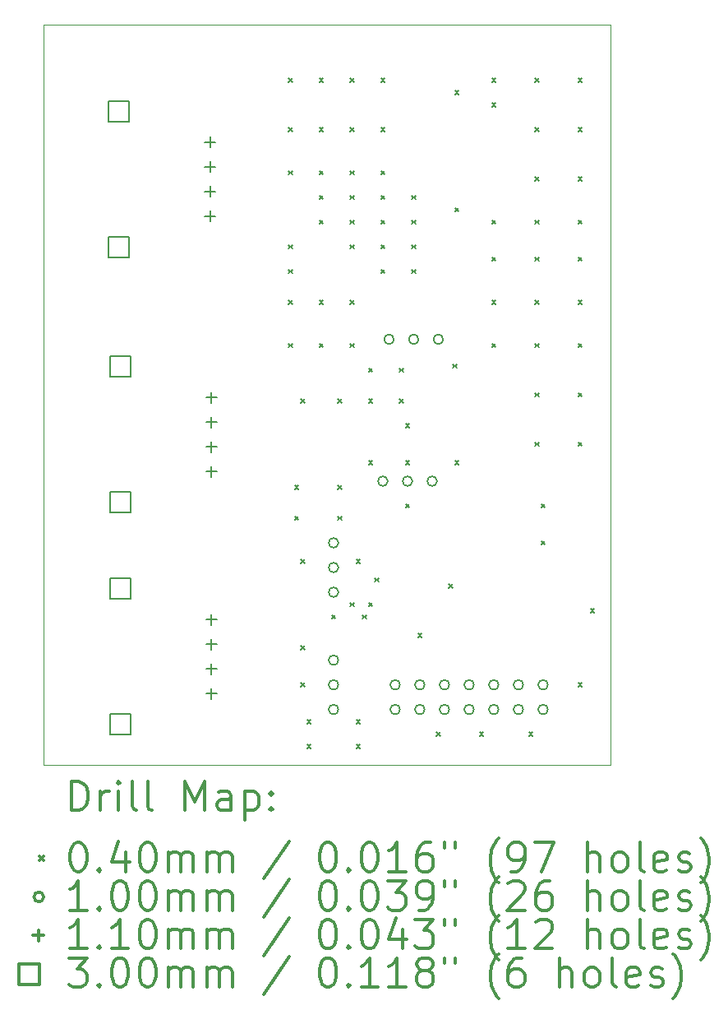
<source format=gbr>
%FSLAX45Y45*%
G04 Gerber Fmt 4.5, Leading zero omitted, Abs format (unit mm)*
G04 Created by KiCad (PCBNEW (5.1.6)-1) date 2022-11-16 12:34:44*
%MOMM*%
%LPD*%
G01*
G04 APERTURE LIST*
%TA.AperFunction,Profile*%
%ADD10C,0.050000*%
%TD*%
%ADD11C,0.200000*%
%ADD12C,0.300000*%
G04 APERTURE END LIST*
D10*
X6223000Y-10795000D02*
X6223000Y-18415000D01*
X12065000Y-10795000D02*
X6223000Y-10795000D01*
X12065000Y-18415000D02*
X12065000Y-10795000D01*
X6223000Y-18415000D02*
X12065000Y-18415000D01*
D11*
X8743000Y-11346500D02*
X8783000Y-11386500D01*
X8783000Y-11346500D02*
X8743000Y-11386500D01*
X8743000Y-11854500D02*
X8783000Y-11894500D01*
X8783000Y-11854500D02*
X8743000Y-11894500D01*
X8743000Y-12299000D02*
X8783000Y-12339000D01*
X8783000Y-12299000D02*
X8743000Y-12339000D01*
X8743000Y-13061000D02*
X8783000Y-13101000D01*
X8783000Y-13061000D02*
X8743000Y-13101000D01*
X8743000Y-13315000D02*
X8783000Y-13355000D01*
X8783000Y-13315000D02*
X8743000Y-13355000D01*
X8743000Y-13632500D02*
X8783000Y-13672500D01*
X8783000Y-13632500D02*
X8743000Y-13672500D01*
X8743000Y-14077000D02*
X8783000Y-14117000D01*
X8783000Y-14077000D02*
X8743000Y-14117000D01*
X8806500Y-15537500D02*
X8846500Y-15577500D01*
X8846500Y-15537500D02*
X8806500Y-15577500D01*
X8806500Y-15855000D02*
X8846500Y-15895000D01*
X8846500Y-15855000D02*
X8806500Y-15895000D01*
X8870000Y-14648500D02*
X8910000Y-14688500D01*
X8910000Y-14648500D02*
X8870000Y-14688500D01*
X8870000Y-16299500D02*
X8910000Y-16339500D01*
X8910000Y-16299500D02*
X8870000Y-16339500D01*
X8870000Y-17188500D02*
X8910000Y-17228500D01*
X8910000Y-17188500D02*
X8870000Y-17228500D01*
X8870000Y-17569500D02*
X8910000Y-17609500D01*
X8910000Y-17569500D02*
X8870000Y-17609500D01*
X8933500Y-17950500D02*
X8973500Y-17990500D01*
X8973500Y-17950500D02*
X8933500Y-17990500D01*
X8933500Y-18204500D02*
X8973500Y-18244500D01*
X8973500Y-18204500D02*
X8933500Y-18244500D01*
X9060500Y-11346500D02*
X9100500Y-11386500D01*
X9100500Y-11346500D02*
X9060500Y-11386500D01*
X9060500Y-11854500D02*
X9100500Y-11894500D01*
X9100500Y-11854500D02*
X9060500Y-11894500D01*
X9060500Y-12299000D02*
X9100500Y-12339000D01*
X9100500Y-12299000D02*
X9060500Y-12339000D01*
X9060500Y-12553000D02*
X9100500Y-12593000D01*
X9100500Y-12553000D02*
X9060500Y-12593000D01*
X9060500Y-12807000D02*
X9100500Y-12847000D01*
X9100500Y-12807000D02*
X9060500Y-12847000D01*
X9060500Y-13632500D02*
X9100500Y-13672500D01*
X9100500Y-13632500D02*
X9060500Y-13672500D01*
X9060500Y-14077000D02*
X9100500Y-14117000D01*
X9100500Y-14077000D02*
X9060500Y-14117000D01*
X9187500Y-16871000D02*
X9227500Y-16911000D01*
X9227500Y-16871000D02*
X9187500Y-16911000D01*
X9251000Y-14648500D02*
X9291000Y-14688500D01*
X9291000Y-14648500D02*
X9251000Y-14688500D01*
X9251000Y-15537500D02*
X9291000Y-15577500D01*
X9291000Y-15537500D02*
X9251000Y-15577500D01*
X9251000Y-15855000D02*
X9291000Y-15895000D01*
X9291000Y-15855000D02*
X9251000Y-15895000D01*
X9378000Y-11346500D02*
X9418000Y-11386500D01*
X9418000Y-11346500D02*
X9378000Y-11386500D01*
X9378000Y-11854500D02*
X9418000Y-11894500D01*
X9418000Y-11854500D02*
X9378000Y-11894500D01*
X9378000Y-12299000D02*
X9418000Y-12339000D01*
X9418000Y-12299000D02*
X9378000Y-12339000D01*
X9378000Y-12553000D02*
X9418000Y-12593000D01*
X9418000Y-12553000D02*
X9378000Y-12593000D01*
X9378000Y-12807000D02*
X9418000Y-12847000D01*
X9418000Y-12807000D02*
X9378000Y-12847000D01*
X9378000Y-13061000D02*
X9418000Y-13101000D01*
X9418000Y-13061000D02*
X9378000Y-13101000D01*
X9378000Y-13632500D02*
X9418000Y-13672500D01*
X9418000Y-13632500D02*
X9378000Y-13672500D01*
X9378000Y-14077000D02*
X9418000Y-14117000D01*
X9418000Y-14077000D02*
X9378000Y-14117000D01*
X9378000Y-16744000D02*
X9418000Y-16784000D01*
X9418000Y-16744000D02*
X9378000Y-16784000D01*
X9441500Y-16299500D02*
X9481500Y-16339500D01*
X9481500Y-16299500D02*
X9441500Y-16339500D01*
X9441500Y-17950500D02*
X9481500Y-17990500D01*
X9481500Y-17950500D02*
X9441500Y-17990500D01*
X9441500Y-18204500D02*
X9481500Y-18244500D01*
X9481500Y-18204500D02*
X9441500Y-18244500D01*
X9505000Y-16871000D02*
X9545000Y-16911000D01*
X9545000Y-16871000D02*
X9505000Y-16911000D01*
X9568500Y-14331000D02*
X9608500Y-14371000D01*
X9608500Y-14331000D02*
X9568500Y-14371000D01*
X9568500Y-14648500D02*
X9608500Y-14688500D01*
X9608500Y-14648500D02*
X9568500Y-14688500D01*
X9568500Y-15283500D02*
X9608500Y-15323500D01*
X9608500Y-15283500D02*
X9568500Y-15323500D01*
X9568500Y-16744000D02*
X9608500Y-16784000D01*
X9608500Y-16744000D02*
X9568500Y-16784000D01*
X9632000Y-16490000D02*
X9672000Y-16530000D01*
X9672000Y-16490000D02*
X9632000Y-16530000D01*
X9695500Y-11346500D02*
X9735500Y-11386500D01*
X9735500Y-11346500D02*
X9695500Y-11386500D01*
X9695500Y-11854500D02*
X9735500Y-11894500D01*
X9735500Y-11854500D02*
X9695500Y-11894500D01*
X9695500Y-12299000D02*
X9735500Y-12339000D01*
X9735500Y-12299000D02*
X9695500Y-12339000D01*
X9695500Y-12553000D02*
X9735500Y-12593000D01*
X9735500Y-12553000D02*
X9695500Y-12593000D01*
X9695500Y-12807000D02*
X9735500Y-12847000D01*
X9735500Y-12807000D02*
X9695500Y-12847000D01*
X9695500Y-13061000D02*
X9735500Y-13101000D01*
X9735500Y-13061000D02*
X9695500Y-13101000D01*
X9695500Y-13315000D02*
X9735500Y-13355000D01*
X9735500Y-13315000D02*
X9695500Y-13355000D01*
X9886000Y-14331000D02*
X9926000Y-14371000D01*
X9926000Y-14331000D02*
X9886000Y-14371000D01*
X9886000Y-14648500D02*
X9926000Y-14688500D01*
X9926000Y-14648500D02*
X9886000Y-14688500D01*
X9949500Y-14902500D02*
X9989500Y-14942500D01*
X9989500Y-14902500D02*
X9949500Y-14942500D01*
X9949500Y-15283500D02*
X9989500Y-15323500D01*
X9989500Y-15283500D02*
X9949500Y-15323500D01*
X9949500Y-15728000D02*
X9989500Y-15768000D01*
X9989500Y-15728000D02*
X9949500Y-15768000D01*
X10013000Y-12553000D02*
X10053000Y-12593000D01*
X10053000Y-12553000D02*
X10013000Y-12593000D01*
X10013000Y-12807000D02*
X10053000Y-12847000D01*
X10053000Y-12807000D02*
X10013000Y-12847000D01*
X10013000Y-13061000D02*
X10053000Y-13101000D01*
X10053000Y-13061000D02*
X10013000Y-13101000D01*
X10013000Y-13315000D02*
X10053000Y-13355000D01*
X10053000Y-13315000D02*
X10013000Y-13355000D01*
X10076500Y-17061500D02*
X10116500Y-17101500D01*
X10116500Y-17061500D02*
X10076500Y-17101500D01*
X10267000Y-18077500D02*
X10307000Y-18117500D01*
X10307000Y-18077500D02*
X10267000Y-18117500D01*
X10394000Y-16553500D02*
X10434000Y-16593500D01*
X10434000Y-16553500D02*
X10394000Y-16593500D01*
X10437985Y-14287015D02*
X10477985Y-14327015D01*
X10477985Y-14287015D02*
X10437985Y-14327015D01*
X10457500Y-11473500D02*
X10497500Y-11513500D01*
X10497500Y-11473500D02*
X10457500Y-11513500D01*
X10457500Y-12680000D02*
X10497500Y-12720000D01*
X10497500Y-12680000D02*
X10457500Y-12720000D01*
X10457500Y-15283500D02*
X10497500Y-15323500D01*
X10497500Y-15283500D02*
X10457500Y-15323500D01*
X10711500Y-18077500D02*
X10751500Y-18117500D01*
X10751500Y-18077500D02*
X10711500Y-18117500D01*
X10838500Y-11346500D02*
X10878500Y-11386500D01*
X10878500Y-11346500D02*
X10838500Y-11386500D01*
X10838500Y-11600500D02*
X10878500Y-11640500D01*
X10878500Y-11600500D02*
X10838500Y-11640500D01*
X10838500Y-12807000D02*
X10878500Y-12847000D01*
X10878500Y-12807000D02*
X10838500Y-12847000D01*
X10838500Y-13188000D02*
X10878500Y-13228000D01*
X10878500Y-13188000D02*
X10838500Y-13228000D01*
X10838500Y-13632500D02*
X10878500Y-13672500D01*
X10878500Y-13632500D02*
X10838500Y-13672500D01*
X10838500Y-14077000D02*
X10878500Y-14117000D01*
X10878500Y-14077000D02*
X10838500Y-14117000D01*
X11219500Y-18077500D02*
X11259500Y-18117500D01*
X11259500Y-18077500D02*
X11219500Y-18117500D01*
X11283000Y-11346500D02*
X11323000Y-11386500D01*
X11323000Y-11346500D02*
X11283000Y-11386500D01*
X11283000Y-11854500D02*
X11323000Y-11894500D01*
X11323000Y-11854500D02*
X11283000Y-11894500D01*
X11283000Y-12362500D02*
X11323000Y-12402500D01*
X11323000Y-12362500D02*
X11283000Y-12402500D01*
X11283000Y-12807000D02*
X11323000Y-12847000D01*
X11323000Y-12807000D02*
X11283000Y-12847000D01*
X11283000Y-13188000D02*
X11323000Y-13228000D01*
X11323000Y-13188000D02*
X11283000Y-13228000D01*
X11283000Y-13632500D02*
X11323000Y-13672500D01*
X11323000Y-13632500D02*
X11283000Y-13672500D01*
X11283000Y-14077000D02*
X11323000Y-14117000D01*
X11323000Y-14077000D02*
X11283000Y-14117000D01*
X11283000Y-14585000D02*
X11323000Y-14625000D01*
X11323000Y-14585000D02*
X11283000Y-14625000D01*
X11283000Y-15093000D02*
X11323000Y-15133000D01*
X11323000Y-15093000D02*
X11283000Y-15133000D01*
X11346500Y-15728000D02*
X11386500Y-15768000D01*
X11386500Y-15728000D02*
X11346500Y-15768000D01*
X11346500Y-16109000D02*
X11386500Y-16149000D01*
X11386500Y-16109000D02*
X11346500Y-16149000D01*
X11727500Y-11346500D02*
X11767500Y-11386500D01*
X11767500Y-11346500D02*
X11727500Y-11386500D01*
X11727500Y-11854500D02*
X11767500Y-11894500D01*
X11767500Y-11854500D02*
X11727500Y-11894500D01*
X11727500Y-12362500D02*
X11767500Y-12402500D01*
X11767500Y-12362500D02*
X11727500Y-12402500D01*
X11727500Y-12807000D02*
X11767500Y-12847000D01*
X11767500Y-12807000D02*
X11727500Y-12847000D01*
X11727500Y-13188000D02*
X11767500Y-13228000D01*
X11767500Y-13188000D02*
X11727500Y-13228000D01*
X11727500Y-13632500D02*
X11767500Y-13672500D01*
X11767500Y-13632500D02*
X11727500Y-13672500D01*
X11727500Y-14077000D02*
X11767500Y-14117000D01*
X11767500Y-14077000D02*
X11727500Y-14117000D01*
X11727500Y-14585000D02*
X11767500Y-14625000D01*
X11767500Y-14585000D02*
X11727500Y-14625000D01*
X11727500Y-15093000D02*
X11767500Y-15133000D01*
X11767500Y-15093000D02*
X11727500Y-15133000D01*
X11727500Y-17569500D02*
X11767500Y-17609500D01*
X11767500Y-17569500D02*
X11727500Y-17609500D01*
X11854500Y-16807500D02*
X11894500Y-16847500D01*
X11894500Y-16807500D02*
X11854500Y-16847500D01*
X9892500Y-17589500D02*
G75*
G03*
X9892500Y-17589500I-50000J0D01*
G01*
X9892500Y-17843500D02*
G75*
G03*
X9892500Y-17843500I-50000J0D01*
G01*
X10146500Y-17589500D02*
G75*
G03*
X10146500Y-17589500I-50000J0D01*
G01*
X10146500Y-17843500D02*
G75*
G03*
X10146500Y-17843500I-50000J0D01*
G01*
X10400500Y-17589500D02*
G75*
G03*
X10400500Y-17589500I-50000J0D01*
G01*
X10400500Y-17843500D02*
G75*
G03*
X10400500Y-17843500I-50000J0D01*
G01*
X10654500Y-17589500D02*
G75*
G03*
X10654500Y-17589500I-50000J0D01*
G01*
X10654500Y-17843500D02*
G75*
G03*
X10654500Y-17843500I-50000J0D01*
G01*
X10908500Y-17589500D02*
G75*
G03*
X10908500Y-17589500I-50000J0D01*
G01*
X10908500Y-17843500D02*
G75*
G03*
X10908500Y-17843500I-50000J0D01*
G01*
X11162500Y-17589500D02*
G75*
G03*
X11162500Y-17589500I-50000J0D01*
G01*
X11162500Y-17843500D02*
G75*
G03*
X11162500Y-17843500I-50000J0D01*
G01*
X11416500Y-17589500D02*
G75*
G03*
X11416500Y-17589500I-50000J0D01*
G01*
X11416500Y-17843500D02*
G75*
G03*
X11416500Y-17843500I-50000J0D01*
G01*
X9257500Y-16129000D02*
G75*
G03*
X9257500Y-16129000I-50000J0D01*
G01*
X9257500Y-16383000D02*
G75*
G03*
X9257500Y-16383000I-50000J0D01*
G01*
X9257500Y-16637000D02*
G75*
G03*
X9257500Y-16637000I-50000J0D01*
G01*
X9829000Y-14033500D02*
G75*
G03*
X9829000Y-14033500I-50000J0D01*
G01*
X10083000Y-14033500D02*
G75*
G03*
X10083000Y-14033500I-50000J0D01*
G01*
X10337000Y-14033500D02*
G75*
G03*
X10337000Y-14033500I-50000J0D01*
G01*
X9257500Y-17335500D02*
G75*
G03*
X9257500Y-17335500I-50000J0D01*
G01*
X9257500Y-17589500D02*
G75*
G03*
X9257500Y-17589500I-50000J0D01*
G01*
X9257500Y-17843500D02*
G75*
G03*
X9257500Y-17843500I-50000J0D01*
G01*
X9765500Y-15494000D02*
G75*
G03*
X9765500Y-15494000I-50000J0D01*
G01*
X10019500Y-15494000D02*
G75*
G03*
X10019500Y-15494000I-50000J0D01*
G01*
X10273500Y-15494000D02*
G75*
G03*
X10273500Y-15494000I-50000J0D01*
G01*
X7950200Y-14575400D02*
X7950200Y-14685400D01*
X7895200Y-14630400D02*
X8005200Y-14630400D01*
X7950200Y-14829400D02*
X7950200Y-14939400D01*
X7895200Y-14884400D02*
X8005200Y-14884400D01*
X7950200Y-15083400D02*
X7950200Y-15193400D01*
X7895200Y-15138400D02*
X8005200Y-15138400D01*
X7950200Y-15337400D02*
X7950200Y-15447400D01*
X7895200Y-15392400D02*
X8005200Y-15392400D01*
X7937500Y-11946500D02*
X7937500Y-12056500D01*
X7882500Y-12001500D02*
X7992500Y-12001500D01*
X7937500Y-12200500D02*
X7937500Y-12310500D01*
X7882500Y-12255500D02*
X7992500Y-12255500D01*
X7937500Y-12454500D02*
X7937500Y-12564500D01*
X7882500Y-12509500D02*
X7992500Y-12509500D01*
X7937500Y-12708500D02*
X7937500Y-12818500D01*
X7882500Y-12763500D02*
X7992500Y-12763500D01*
X7950200Y-16861400D02*
X7950200Y-16971400D01*
X7895200Y-16916400D02*
X8005200Y-16916400D01*
X7950200Y-17115400D02*
X7950200Y-17225400D01*
X7895200Y-17170400D02*
X8005200Y-17170400D01*
X7950200Y-17369400D02*
X7950200Y-17479400D01*
X7895200Y-17424400D02*
X8005200Y-17424400D01*
X7950200Y-17623400D02*
X7950200Y-17733400D01*
X7895200Y-17678400D02*
X8005200Y-17678400D01*
X7116267Y-14418967D02*
X7116267Y-14206833D01*
X6904133Y-14206833D01*
X6904133Y-14418967D01*
X7116267Y-14418967D01*
X7116267Y-15815967D02*
X7116267Y-15603833D01*
X6904133Y-15603833D01*
X6904133Y-15815967D01*
X7116267Y-15815967D01*
X7103567Y-11790067D02*
X7103567Y-11577933D01*
X6891433Y-11577933D01*
X6891433Y-11790067D01*
X7103567Y-11790067D01*
X7103567Y-13187067D02*
X7103567Y-12974933D01*
X6891433Y-12974933D01*
X6891433Y-13187067D01*
X7103567Y-13187067D01*
X7116267Y-16704967D02*
X7116267Y-16492833D01*
X6904133Y-16492833D01*
X6904133Y-16704967D01*
X7116267Y-16704967D01*
X7116267Y-18101967D02*
X7116267Y-17889833D01*
X6904133Y-17889833D01*
X6904133Y-18101967D01*
X7116267Y-18101967D01*
D12*
X6506928Y-18883214D02*
X6506928Y-18583214D01*
X6578357Y-18583214D01*
X6621214Y-18597500D01*
X6649786Y-18626072D01*
X6664071Y-18654643D01*
X6678357Y-18711786D01*
X6678357Y-18754643D01*
X6664071Y-18811786D01*
X6649786Y-18840357D01*
X6621214Y-18868929D01*
X6578357Y-18883214D01*
X6506928Y-18883214D01*
X6806928Y-18883214D02*
X6806928Y-18683214D01*
X6806928Y-18740357D02*
X6821214Y-18711786D01*
X6835500Y-18697500D01*
X6864071Y-18683214D01*
X6892643Y-18683214D01*
X6992643Y-18883214D02*
X6992643Y-18683214D01*
X6992643Y-18583214D02*
X6978357Y-18597500D01*
X6992643Y-18611786D01*
X7006928Y-18597500D01*
X6992643Y-18583214D01*
X6992643Y-18611786D01*
X7178357Y-18883214D02*
X7149786Y-18868929D01*
X7135500Y-18840357D01*
X7135500Y-18583214D01*
X7335500Y-18883214D02*
X7306928Y-18868929D01*
X7292643Y-18840357D01*
X7292643Y-18583214D01*
X7678357Y-18883214D02*
X7678357Y-18583214D01*
X7778357Y-18797500D01*
X7878357Y-18583214D01*
X7878357Y-18883214D01*
X8149786Y-18883214D02*
X8149786Y-18726072D01*
X8135500Y-18697500D01*
X8106928Y-18683214D01*
X8049786Y-18683214D01*
X8021214Y-18697500D01*
X8149786Y-18868929D02*
X8121214Y-18883214D01*
X8049786Y-18883214D01*
X8021214Y-18868929D01*
X8006928Y-18840357D01*
X8006928Y-18811786D01*
X8021214Y-18783214D01*
X8049786Y-18768929D01*
X8121214Y-18768929D01*
X8149786Y-18754643D01*
X8292643Y-18683214D02*
X8292643Y-18983214D01*
X8292643Y-18697500D02*
X8321214Y-18683214D01*
X8378357Y-18683214D01*
X8406928Y-18697500D01*
X8421214Y-18711786D01*
X8435500Y-18740357D01*
X8435500Y-18826072D01*
X8421214Y-18854643D01*
X8406928Y-18868929D01*
X8378357Y-18883214D01*
X8321214Y-18883214D01*
X8292643Y-18868929D01*
X8564071Y-18854643D02*
X8578357Y-18868929D01*
X8564071Y-18883214D01*
X8549786Y-18868929D01*
X8564071Y-18854643D01*
X8564071Y-18883214D01*
X8564071Y-18697500D02*
X8578357Y-18711786D01*
X8564071Y-18726072D01*
X8549786Y-18711786D01*
X8564071Y-18697500D01*
X8564071Y-18726072D01*
X6180500Y-19357500D02*
X6220500Y-19397500D01*
X6220500Y-19357500D02*
X6180500Y-19397500D01*
X6564071Y-19213214D02*
X6592643Y-19213214D01*
X6621214Y-19227500D01*
X6635500Y-19241786D01*
X6649786Y-19270357D01*
X6664071Y-19327500D01*
X6664071Y-19398929D01*
X6649786Y-19456072D01*
X6635500Y-19484643D01*
X6621214Y-19498929D01*
X6592643Y-19513214D01*
X6564071Y-19513214D01*
X6535500Y-19498929D01*
X6521214Y-19484643D01*
X6506928Y-19456072D01*
X6492643Y-19398929D01*
X6492643Y-19327500D01*
X6506928Y-19270357D01*
X6521214Y-19241786D01*
X6535500Y-19227500D01*
X6564071Y-19213214D01*
X6792643Y-19484643D02*
X6806928Y-19498929D01*
X6792643Y-19513214D01*
X6778357Y-19498929D01*
X6792643Y-19484643D01*
X6792643Y-19513214D01*
X7064071Y-19313214D02*
X7064071Y-19513214D01*
X6992643Y-19198929D02*
X6921214Y-19413214D01*
X7106928Y-19413214D01*
X7278357Y-19213214D02*
X7306928Y-19213214D01*
X7335500Y-19227500D01*
X7349786Y-19241786D01*
X7364071Y-19270357D01*
X7378357Y-19327500D01*
X7378357Y-19398929D01*
X7364071Y-19456072D01*
X7349786Y-19484643D01*
X7335500Y-19498929D01*
X7306928Y-19513214D01*
X7278357Y-19513214D01*
X7249786Y-19498929D01*
X7235500Y-19484643D01*
X7221214Y-19456072D01*
X7206928Y-19398929D01*
X7206928Y-19327500D01*
X7221214Y-19270357D01*
X7235500Y-19241786D01*
X7249786Y-19227500D01*
X7278357Y-19213214D01*
X7506928Y-19513214D02*
X7506928Y-19313214D01*
X7506928Y-19341786D02*
X7521214Y-19327500D01*
X7549786Y-19313214D01*
X7592643Y-19313214D01*
X7621214Y-19327500D01*
X7635500Y-19356072D01*
X7635500Y-19513214D01*
X7635500Y-19356072D02*
X7649786Y-19327500D01*
X7678357Y-19313214D01*
X7721214Y-19313214D01*
X7749786Y-19327500D01*
X7764071Y-19356072D01*
X7764071Y-19513214D01*
X7906928Y-19513214D02*
X7906928Y-19313214D01*
X7906928Y-19341786D02*
X7921214Y-19327500D01*
X7949786Y-19313214D01*
X7992643Y-19313214D01*
X8021214Y-19327500D01*
X8035500Y-19356072D01*
X8035500Y-19513214D01*
X8035500Y-19356072D02*
X8049786Y-19327500D01*
X8078357Y-19313214D01*
X8121214Y-19313214D01*
X8149786Y-19327500D01*
X8164071Y-19356072D01*
X8164071Y-19513214D01*
X8749786Y-19198929D02*
X8492643Y-19584643D01*
X9135500Y-19213214D02*
X9164071Y-19213214D01*
X9192643Y-19227500D01*
X9206928Y-19241786D01*
X9221214Y-19270357D01*
X9235500Y-19327500D01*
X9235500Y-19398929D01*
X9221214Y-19456072D01*
X9206928Y-19484643D01*
X9192643Y-19498929D01*
X9164071Y-19513214D01*
X9135500Y-19513214D01*
X9106928Y-19498929D01*
X9092643Y-19484643D01*
X9078357Y-19456072D01*
X9064071Y-19398929D01*
X9064071Y-19327500D01*
X9078357Y-19270357D01*
X9092643Y-19241786D01*
X9106928Y-19227500D01*
X9135500Y-19213214D01*
X9364071Y-19484643D02*
X9378357Y-19498929D01*
X9364071Y-19513214D01*
X9349786Y-19498929D01*
X9364071Y-19484643D01*
X9364071Y-19513214D01*
X9564071Y-19213214D02*
X9592643Y-19213214D01*
X9621214Y-19227500D01*
X9635500Y-19241786D01*
X9649786Y-19270357D01*
X9664071Y-19327500D01*
X9664071Y-19398929D01*
X9649786Y-19456072D01*
X9635500Y-19484643D01*
X9621214Y-19498929D01*
X9592643Y-19513214D01*
X9564071Y-19513214D01*
X9535500Y-19498929D01*
X9521214Y-19484643D01*
X9506928Y-19456072D01*
X9492643Y-19398929D01*
X9492643Y-19327500D01*
X9506928Y-19270357D01*
X9521214Y-19241786D01*
X9535500Y-19227500D01*
X9564071Y-19213214D01*
X9949786Y-19513214D02*
X9778357Y-19513214D01*
X9864071Y-19513214D02*
X9864071Y-19213214D01*
X9835500Y-19256072D01*
X9806928Y-19284643D01*
X9778357Y-19298929D01*
X10206928Y-19213214D02*
X10149786Y-19213214D01*
X10121214Y-19227500D01*
X10106928Y-19241786D01*
X10078357Y-19284643D01*
X10064071Y-19341786D01*
X10064071Y-19456072D01*
X10078357Y-19484643D01*
X10092643Y-19498929D01*
X10121214Y-19513214D01*
X10178357Y-19513214D01*
X10206928Y-19498929D01*
X10221214Y-19484643D01*
X10235500Y-19456072D01*
X10235500Y-19384643D01*
X10221214Y-19356072D01*
X10206928Y-19341786D01*
X10178357Y-19327500D01*
X10121214Y-19327500D01*
X10092643Y-19341786D01*
X10078357Y-19356072D01*
X10064071Y-19384643D01*
X10349786Y-19213214D02*
X10349786Y-19270357D01*
X10464071Y-19213214D02*
X10464071Y-19270357D01*
X10906928Y-19627500D02*
X10892643Y-19613214D01*
X10864071Y-19570357D01*
X10849786Y-19541786D01*
X10835500Y-19498929D01*
X10821214Y-19427500D01*
X10821214Y-19370357D01*
X10835500Y-19298929D01*
X10849786Y-19256072D01*
X10864071Y-19227500D01*
X10892643Y-19184643D01*
X10906928Y-19170357D01*
X11035500Y-19513214D02*
X11092643Y-19513214D01*
X11121214Y-19498929D01*
X11135500Y-19484643D01*
X11164071Y-19441786D01*
X11178357Y-19384643D01*
X11178357Y-19270357D01*
X11164071Y-19241786D01*
X11149786Y-19227500D01*
X11121214Y-19213214D01*
X11064071Y-19213214D01*
X11035500Y-19227500D01*
X11021214Y-19241786D01*
X11006928Y-19270357D01*
X11006928Y-19341786D01*
X11021214Y-19370357D01*
X11035500Y-19384643D01*
X11064071Y-19398929D01*
X11121214Y-19398929D01*
X11149786Y-19384643D01*
X11164071Y-19370357D01*
X11178357Y-19341786D01*
X11278357Y-19213214D02*
X11478357Y-19213214D01*
X11349786Y-19513214D01*
X11821214Y-19513214D02*
X11821214Y-19213214D01*
X11949786Y-19513214D02*
X11949786Y-19356072D01*
X11935500Y-19327500D01*
X11906928Y-19313214D01*
X11864071Y-19313214D01*
X11835500Y-19327500D01*
X11821214Y-19341786D01*
X12135500Y-19513214D02*
X12106928Y-19498929D01*
X12092643Y-19484643D01*
X12078357Y-19456072D01*
X12078357Y-19370357D01*
X12092643Y-19341786D01*
X12106928Y-19327500D01*
X12135500Y-19313214D01*
X12178357Y-19313214D01*
X12206928Y-19327500D01*
X12221214Y-19341786D01*
X12235500Y-19370357D01*
X12235500Y-19456072D01*
X12221214Y-19484643D01*
X12206928Y-19498929D01*
X12178357Y-19513214D01*
X12135500Y-19513214D01*
X12406928Y-19513214D02*
X12378357Y-19498929D01*
X12364071Y-19470357D01*
X12364071Y-19213214D01*
X12635500Y-19498929D02*
X12606928Y-19513214D01*
X12549786Y-19513214D01*
X12521214Y-19498929D01*
X12506928Y-19470357D01*
X12506928Y-19356072D01*
X12521214Y-19327500D01*
X12549786Y-19313214D01*
X12606928Y-19313214D01*
X12635500Y-19327500D01*
X12649786Y-19356072D01*
X12649786Y-19384643D01*
X12506928Y-19413214D01*
X12764071Y-19498929D02*
X12792643Y-19513214D01*
X12849786Y-19513214D01*
X12878357Y-19498929D01*
X12892643Y-19470357D01*
X12892643Y-19456072D01*
X12878357Y-19427500D01*
X12849786Y-19413214D01*
X12806928Y-19413214D01*
X12778357Y-19398929D01*
X12764071Y-19370357D01*
X12764071Y-19356072D01*
X12778357Y-19327500D01*
X12806928Y-19313214D01*
X12849786Y-19313214D01*
X12878357Y-19327500D01*
X12992643Y-19627500D02*
X13006928Y-19613214D01*
X13035500Y-19570357D01*
X13049786Y-19541786D01*
X13064071Y-19498929D01*
X13078357Y-19427500D01*
X13078357Y-19370357D01*
X13064071Y-19298929D01*
X13049786Y-19256072D01*
X13035500Y-19227500D01*
X13006928Y-19184643D01*
X12992643Y-19170357D01*
X6220500Y-19773500D02*
G75*
G03*
X6220500Y-19773500I-50000J0D01*
G01*
X6664071Y-19909214D02*
X6492643Y-19909214D01*
X6578357Y-19909214D02*
X6578357Y-19609214D01*
X6549786Y-19652072D01*
X6521214Y-19680643D01*
X6492643Y-19694929D01*
X6792643Y-19880643D02*
X6806928Y-19894929D01*
X6792643Y-19909214D01*
X6778357Y-19894929D01*
X6792643Y-19880643D01*
X6792643Y-19909214D01*
X6992643Y-19609214D02*
X7021214Y-19609214D01*
X7049786Y-19623500D01*
X7064071Y-19637786D01*
X7078357Y-19666357D01*
X7092643Y-19723500D01*
X7092643Y-19794929D01*
X7078357Y-19852072D01*
X7064071Y-19880643D01*
X7049786Y-19894929D01*
X7021214Y-19909214D01*
X6992643Y-19909214D01*
X6964071Y-19894929D01*
X6949786Y-19880643D01*
X6935500Y-19852072D01*
X6921214Y-19794929D01*
X6921214Y-19723500D01*
X6935500Y-19666357D01*
X6949786Y-19637786D01*
X6964071Y-19623500D01*
X6992643Y-19609214D01*
X7278357Y-19609214D02*
X7306928Y-19609214D01*
X7335500Y-19623500D01*
X7349786Y-19637786D01*
X7364071Y-19666357D01*
X7378357Y-19723500D01*
X7378357Y-19794929D01*
X7364071Y-19852072D01*
X7349786Y-19880643D01*
X7335500Y-19894929D01*
X7306928Y-19909214D01*
X7278357Y-19909214D01*
X7249786Y-19894929D01*
X7235500Y-19880643D01*
X7221214Y-19852072D01*
X7206928Y-19794929D01*
X7206928Y-19723500D01*
X7221214Y-19666357D01*
X7235500Y-19637786D01*
X7249786Y-19623500D01*
X7278357Y-19609214D01*
X7506928Y-19909214D02*
X7506928Y-19709214D01*
X7506928Y-19737786D02*
X7521214Y-19723500D01*
X7549786Y-19709214D01*
X7592643Y-19709214D01*
X7621214Y-19723500D01*
X7635500Y-19752072D01*
X7635500Y-19909214D01*
X7635500Y-19752072D02*
X7649786Y-19723500D01*
X7678357Y-19709214D01*
X7721214Y-19709214D01*
X7749786Y-19723500D01*
X7764071Y-19752072D01*
X7764071Y-19909214D01*
X7906928Y-19909214D02*
X7906928Y-19709214D01*
X7906928Y-19737786D02*
X7921214Y-19723500D01*
X7949786Y-19709214D01*
X7992643Y-19709214D01*
X8021214Y-19723500D01*
X8035500Y-19752072D01*
X8035500Y-19909214D01*
X8035500Y-19752072D02*
X8049786Y-19723500D01*
X8078357Y-19709214D01*
X8121214Y-19709214D01*
X8149786Y-19723500D01*
X8164071Y-19752072D01*
X8164071Y-19909214D01*
X8749786Y-19594929D02*
X8492643Y-19980643D01*
X9135500Y-19609214D02*
X9164071Y-19609214D01*
X9192643Y-19623500D01*
X9206928Y-19637786D01*
X9221214Y-19666357D01*
X9235500Y-19723500D01*
X9235500Y-19794929D01*
X9221214Y-19852072D01*
X9206928Y-19880643D01*
X9192643Y-19894929D01*
X9164071Y-19909214D01*
X9135500Y-19909214D01*
X9106928Y-19894929D01*
X9092643Y-19880643D01*
X9078357Y-19852072D01*
X9064071Y-19794929D01*
X9064071Y-19723500D01*
X9078357Y-19666357D01*
X9092643Y-19637786D01*
X9106928Y-19623500D01*
X9135500Y-19609214D01*
X9364071Y-19880643D02*
X9378357Y-19894929D01*
X9364071Y-19909214D01*
X9349786Y-19894929D01*
X9364071Y-19880643D01*
X9364071Y-19909214D01*
X9564071Y-19609214D02*
X9592643Y-19609214D01*
X9621214Y-19623500D01*
X9635500Y-19637786D01*
X9649786Y-19666357D01*
X9664071Y-19723500D01*
X9664071Y-19794929D01*
X9649786Y-19852072D01*
X9635500Y-19880643D01*
X9621214Y-19894929D01*
X9592643Y-19909214D01*
X9564071Y-19909214D01*
X9535500Y-19894929D01*
X9521214Y-19880643D01*
X9506928Y-19852072D01*
X9492643Y-19794929D01*
X9492643Y-19723500D01*
X9506928Y-19666357D01*
X9521214Y-19637786D01*
X9535500Y-19623500D01*
X9564071Y-19609214D01*
X9764071Y-19609214D02*
X9949786Y-19609214D01*
X9849786Y-19723500D01*
X9892643Y-19723500D01*
X9921214Y-19737786D01*
X9935500Y-19752072D01*
X9949786Y-19780643D01*
X9949786Y-19852072D01*
X9935500Y-19880643D01*
X9921214Y-19894929D01*
X9892643Y-19909214D01*
X9806928Y-19909214D01*
X9778357Y-19894929D01*
X9764071Y-19880643D01*
X10092643Y-19909214D02*
X10149786Y-19909214D01*
X10178357Y-19894929D01*
X10192643Y-19880643D01*
X10221214Y-19837786D01*
X10235500Y-19780643D01*
X10235500Y-19666357D01*
X10221214Y-19637786D01*
X10206928Y-19623500D01*
X10178357Y-19609214D01*
X10121214Y-19609214D01*
X10092643Y-19623500D01*
X10078357Y-19637786D01*
X10064071Y-19666357D01*
X10064071Y-19737786D01*
X10078357Y-19766357D01*
X10092643Y-19780643D01*
X10121214Y-19794929D01*
X10178357Y-19794929D01*
X10206928Y-19780643D01*
X10221214Y-19766357D01*
X10235500Y-19737786D01*
X10349786Y-19609214D02*
X10349786Y-19666357D01*
X10464071Y-19609214D02*
X10464071Y-19666357D01*
X10906928Y-20023500D02*
X10892643Y-20009214D01*
X10864071Y-19966357D01*
X10849786Y-19937786D01*
X10835500Y-19894929D01*
X10821214Y-19823500D01*
X10821214Y-19766357D01*
X10835500Y-19694929D01*
X10849786Y-19652072D01*
X10864071Y-19623500D01*
X10892643Y-19580643D01*
X10906928Y-19566357D01*
X11006928Y-19637786D02*
X11021214Y-19623500D01*
X11049786Y-19609214D01*
X11121214Y-19609214D01*
X11149786Y-19623500D01*
X11164071Y-19637786D01*
X11178357Y-19666357D01*
X11178357Y-19694929D01*
X11164071Y-19737786D01*
X10992643Y-19909214D01*
X11178357Y-19909214D01*
X11435500Y-19609214D02*
X11378357Y-19609214D01*
X11349786Y-19623500D01*
X11335500Y-19637786D01*
X11306928Y-19680643D01*
X11292643Y-19737786D01*
X11292643Y-19852072D01*
X11306928Y-19880643D01*
X11321214Y-19894929D01*
X11349786Y-19909214D01*
X11406928Y-19909214D01*
X11435500Y-19894929D01*
X11449786Y-19880643D01*
X11464071Y-19852072D01*
X11464071Y-19780643D01*
X11449786Y-19752072D01*
X11435500Y-19737786D01*
X11406928Y-19723500D01*
X11349786Y-19723500D01*
X11321214Y-19737786D01*
X11306928Y-19752072D01*
X11292643Y-19780643D01*
X11821214Y-19909214D02*
X11821214Y-19609214D01*
X11949786Y-19909214D02*
X11949786Y-19752072D01*
X11935500Y-19723500D01*
X11906928Y-19709214D01*
X11864071Y-19709214D01*
X11835500Y-19723500D01*
X11821214Y-19737786D01*
X12135500Y-19909214D02*
X12106928Y-19894929D01*
X12092643Y-19880643D01*
X12078357Y-19852072D01*
X12078357Y-19766357D01*
X12092643Y-19737786D01*
X12106928Y-19723500D01*
X12135500Y-19709214D01*
X12178357Y-19709214D01*
X12206928Y-19723500D01*
X12221214Y-19737786D01*
X12235500Y-19766357D01*
X12235500Y-19852072D01*
X12221214Y-19880643D01*
X12206928Y-19894929D01*
X12178357Y-19909214D01*
X12135500Y-19909214D01*
X12406928Y-19909214D02*
X12378357Y-19894929D01*
X12364071Y-19866357D01*
X12364071Y-19609214D01*
X12635500Y-19894929D02*
X12606928Y-19909214D01*
X12549786Y-19909214D01*
X12521214Y-19894929D01*
X12506928Y-19866357D01*
X12506928Y-19752072D01*
X12521214Y-19723500D01*
X12549786Y-19709214D01*
X12606928Y-19709214D01*
X12635500Y-19723500D01*
X12649786Y-19752072D01*
X12649786Y-19780643D01*
X12506928Y-19809214D01*
X12764071Y-19894929D02*
X12792643Y-19909214D01*
X12849786Y-19909214D01*
X12878357Y-19894929D01*
X12892643Y-19866357D01*
X12892643Y-19852072D01*
X12878357Y-19823500D01*
X12849786Y-19809214D01*
X12806928Y-19809214D01*
X12778357Y-19794929D01*
X12764071Y-19766357D01*
X12764071Y-19752072D01*
X12778357Y-19723500D01*
X12806928Y-19709214D01*
X12849786Y-19709214D01*
X12878357Y-19723500D01*
X12992643Y-20023500D02*
X13006928Y-20009214D01*
X13035500Y-19966357D01*
X13049786Y-19937786D01*
X13064071Y-19894929D01*
X13078357Y-19823500D01*
X13078357Y-19766357D01*
X13064071Y-19694929D01*
X13049786Y-19652072D01*
X13035500Y-19623500D01*
X13006928Y-19580643D01*
X12992643Y-19566357D01*
X6165500Y-20114500D02*
X6165500Y-20224500D01*
X6110500Y-20169500D02*
X6220500Y-20169500D01*
X6664071Y-20305214D02*
X6492643Y-20305214D01*
X6578357Y-20305214D02*
X6578357Y-20005214D01*
X6549786Y-20048072D01*
X6521214Y-20076643D01*
X6492643Y-20090929D01*
X6792643Y-20276643D02*
X6806928Y-20290929D01*
X6792643Y-20305214D01*
X6778357Y-20290929D01*
X6792643Y-20276643D01*
X6792643Y-20305214D01*
X7092643Y-20305214D02*
X6921214Y-20305214D01*
X7006928Y-20305214D02*
X7006928Y-20005214D01*
X6978357Y-20048072D01*
X6949786Y-20076643D01*
X6921214Y-20090929D01*
X7278357Y-20005214D02*
X7306928Y-20005214D01*
X7335500Y-20019500D01*
X7349786Y-20033786D01*
X7364071Y-20062357D01*
X7378357Y-20119500D01*
X7378357Y-20190929D01*
X7364071Y-20248072D01*
X7349786Y-20276643D01*
X7335500Y-20290929D01*
X7306928Y-20305214D01*
X7278357Y-20305214D01*
X7249786Y-20290929D01*
X7235500Y-20276643D01*
X7221214Y-20248072D01*
X7206928Y-20190929D01*
X7206928Y-20119500D01*
X7221214Y-20062357D01*
X7235500Y-20033786D01*
X7249786Y-20019500D01*
X7278357Y-20005214D01*
X7506928Y-20305214D02*
X7506928Y-20105214D01*
X7506928Y-20133786D02*
X7521214Y-20119500D01*
X7549786Y-20105214D01*
X7592643Y-20105214D01*
X7621214Y-20119500D01*
X7635500Y-20148072D01*
X7635500Y-20305214D01*
X7635500Y-20148072D02*
X7649786Y-20119500D01*
X7678357Y-20105214D01*
X7721214Y-20105214D01*
X7749786Y-20119500D01*
X7764071Y-20148072D01*
X7764071Y-20305214D01*
X7906928Y-20305214D02*
X7906928Y-20105214D01*
X7906928Y-20133786D02*
X7921214Y-20119500D01*
X7949786Y-20105214D01*
X7992643Y-20105214D01*
X8021214Y-20119500D01*
X8035500Y-20148072D01*
X8035500Y-20305214D01*
X8035500Y-20148072D02*
X8049786Y-20119500D01*
X8078357Y-20105214D01*
X8121214Y-20105214D01*
X8149786Y-20119500D01*
X8164071Y-20148072D01*
X8164071Y-20305214D01*
X8749786Y-19990929D02*
X8492643Y-20376643D01*
X9135500Y-20005214D02*
X9164071Y-20005214D01*
X9192643Y-20019500D01*
X9206928Y-20033786D01*
X9221214Y-20062357D01*
X9235500Y-20119500D01*
X9235500Y-20190929D01*
X9221214Y-20248072D01*
X9206928Y-20276643D01*
X9192643Y-20290929D01*
X9164071Y-20305214D01*
X9135500Y-20305214D01*
X9106928Y-20290929D01*
X9092643Y-20276643D01*
X9078357Y-20248072D01*
X9064071Y-20190929D01*
X9064071Y-20119500D01*
X9078357Y-20062357D01*
X9092643Y-20033786D01*
X9106928Y-20019500D01*
X9135500Y-20005214D01*
X9364071Y-20276643D02*
X9378357Y-20290929D01*
X9364071Y-20305214D01*
X9349786Y-20290929D01*
X9364071Y-20276643D01*
X9364071Y-20305214D01*
X9564071Y-20005214D02*
X9592643Y-20005214D01*
X9621214Y-20019500D01*
X9635500Y-20033786D01*
X9649786Y-20062357D01*
X9664071Y-20119500D01*
X9664071Y-20190929D01*
X9649786Y-20248072D01*
X9635500Y-20276643D01*
X9621214Y-20290929D01*
X9592643Y-20305214D01*
X9564071Y-20305214D01*
X9535500Y-20290929D01*
X9521214Y-20276643D01*
X9506928Y-20248072D01*
X9492643Y-20190929D01*
X9492643Y-20119500D01*
X9506928Y-20062357D01*
X9521214Y-20033786D01*
X9535500Y-20019500D01*
X9564071Y-20005214D01*
X9921214Y-20105214D02*
X9921214Y-20305214D01*
X9849786Y-19990929D02*
X9778357Y-20205214D01*
X9964071Y-20205214D01*
X10049786Y-20005214D02*
X10235500Y-20005214D01*
X10135500Y-20119500D01*
X10178357Y-20119500D01*
X10206928Y-20133786D01*
X10221214Y-20148072D01*
X10235500Y-20176643D01*
X10235500Y-20248072D01*
X10221214Y-20276643D01*
X10206928Y-20290929D01*
X10178357Y-20305214D01*
X10092643Y-20305214D01*
X10064071Y-20290929D01*
X10049786Y-20276643D01*
X10349786Y-20005214D02*
X10349786Y-20062357D01*
X10464071Y-20005214D02*
X10464071Y-20062357D01*
X10906928Y-20419500D02*
X10892643Y-20405214D01*
X10864071Y-20362357D01*
X10849786Y-20333786D01*
X10835500Y-20290929D01*
X10821214Y-20219500D01*
X10821214Y-20162357D01*
X10835500Y-20090929D01*
X10849786Y-20048072D01*
X10864071Y-20019500D01*
X10892643Y-19976643D01*
X10906928Y-19962357D01*
X11178357Y-20305214D02*
X11006928Y-20305214D01*
X11092643Y-20305214D02*
X11092643Y-20005214D01*
X11064071Y-20048072D01*
X11035500Y-20076643D01*
X11006928Y-20090929D01*
X11292643Y-20033786D02*
X11306928Y-20019500D01*
X11335500Y-20005214D01*
X11406928Y-20005214D01*
X11435500Y-20019500D01*
X11449786Y-20033786D01*
X11464071Y-20062357D01*
X11464071Y-20090929D01*
X11449786Y-20133786D01*
X11278357Y-20305214D01*
X11464071Y-20305214D01*
X11821214Y-20305214D02*
X11821214Y-20005214D01*
X11949786Y-20305214D02*
X11949786Y-20148072D01*
X11935500Y-20119500D01*
X11906928Y-20105214D01*
X11864071Y-20105214D01*
X11835500Y-20119500D01*
X11821214Y-20133786D01*
X12135500Y-20305214D02*
X12106928Y-20290929D01*
X12092643Y-20276643D01*
X12078357Y-20248072D01*
X12078357Y-20162357D01*
X12092643Y-20133786D01*
X12106928Y-20119500D01*
X12135500Y-20105214D01*
X12178357Y-20105214D01*
X12206928Y-20119500D01*
X12221214Y-20133786D01*
X12235500Y-20162357D01*
X12235500Y-20248072D01*
X12221214Y-20276643D01*
X12206928Y-20290929D01*
X12178357Y-20305214D01*
X12135500Y-20305214D01*
X12406928Y-20305214D02*
X12378357Y-20290929D01*
X12364071Y-20262357D01*
X12364071Y-20005214D01*
X12635500Y-20290929D02*
X12606928Y-20305214D01*
X12549786Y-20305214D01*
X12521214Y-20290929D01*
X12506928Y-20262357D01*
X12506928Y-20148072D01*
X12521214Y-20119500D01*
X12549786Y-20105214D01*
X12606928Y-20105214D01*
X12635500Y-20119500D01*
X12649786Y-20148072D01*
X12649786Y-20176643D01*
X12506928Y-20205214D01*
X12764071Y-20290929D02*
X12792643Y-20305214D01*
X12849786Y-20305214D01*
X12878357Y-20290929D01*
X12892643Y-20262357D01*
X12892643Y-20248072D01*
X12878357Y-20219500D01*
X12849786Y-20205214D01*
X12806928Y-20205214D01*
X12778357Y-20190929D01*
X12764071Y-20162357D01*
X12764071Y-20148072D01*
X12778357Y-20119500D01*
X12806928Y-20105214D01*
X12849786Y-20105214D01*
X12878357Y-20119500D01*
X12992643Y-20419500D02*
X13006928Y-20405214D01*
X13035500Y-20362357D01*
X13049786Y-20333786D01*
X13064071Y-20290929D01*
X13078357Y-20219500D01*
X13078357Y-20162357D01*
X13064071Y-20090929D01*
X13049786Y-20048072D01*
X13035500Y-20019500D01*
X13006928Y-19976643D01*
X12992643Y-19962357D01*
X6176567Y-20671567D02*
X6176567Y-20459433D01*
X5964433Y-20459433D01*
X5964433Y-20671567D01*
X6176567Y-20671567D01*
X6478357Y-20401214D02*
X6664071Y-20401214D01*
X6564071Y-20515500D01*
X6606928Y-20515500D01*
X6635500Y-20529786D01*
X6649786Y-20544072D01*
X6664071Y-20572643D01*
X6664071Y-20644072D01*
X6649786Y-20672643D01*
X6635500Y-20686929D01*
X6606928Y-20701214D01*
X6521214Y-20701214D01*
X6492643Y-20686929D01*
X6478357Y-20672643D01*
X6792643Y-20672643D02*
X6806928Y-20686929D01*
X6792643Y-20701214D01*
X6778357Y-20686929D01*
X6792643Y-20672643D01*
X6792643Y-20701214D01*
X6992643Y-20401214D02*
X7021214Y-20401214D01*
X7049786Y-20415500D01*
X7064071Y-20429786D01*
X7078357Y-20458357D01*
X7092643Y-20515500D01*
X7092643Y-20586929D01*
X7078357Y-20644072D01*
X7064071Y-20672643D01*
X7049786Y-20686929D01*
X7021214Y-20701214D01*
X6992643Y-20701214D01*
X6964071Y-20686929D01*
X6949786Y-20672643D01*
X6935500Y-20644072D01*
X6921214Y-20586929D01*
X6921214Y-20515500D01*
X6935500Y-20458357D01*
X6949786Y-20429786D01*
X6964071Y-20415500D01*
X6992643Y-20401214D01*
X7278357Y-20401214D02*
X7306928Y-20401214D01*
X7335500Y-20415500D01*
X7349786Y-20429786D01*
X7364071Y-20458357D01*
X7378357Y-20515500D01*
X7378357Y-20586929D01*
X7364071Y-20644072D01*
X7349786Y-20672643D01*
X7335500Y-20686929D01*
X7306928Y-20701214D01*
X7278357Y-20701214D01*
X7249786Y-20686929D01*
X7235500Y-20672643D01*
X7221214Y-20644072D01*
X7206928Y-20586929D01*
X7206928Y-20515500D01*
X7221214Y-20458357D01*
X7235500Y-20429786D01*
X7249786Y-20415500D01*
X7278357Y-20401214D01*
X7506928Y-20701214D02*
X7506928Y-20501214D01*
X7506928Y-20529786D02*
X7521214Y-20515500D01*
X7549786Y-20501214D01*
X7592643Y-20501214D01*
X7621214Y-20515500D01*
X7635500Y-20544072D01*
X7635500Y-20701214D01*
X7635500Y-20544072D02*
X7649786Y-20515500D01*
X7678357Y-20501214D01*
X7721214Y-20501214D01*
X7749786Y-20515500D01*
X7764071Y-20544072D01*
X7764071Y-20701214D01*
X7906928Y-20701214D02*
X7906928Y-20501214D01*
X7906928Y-20529786D02*
X7921214Y-20515500D01*
X7949786Y-20501214D01*
X7992643Y-20501214D01*
X8021214Y-20515500D01*
X8035500Y-20544072D01*
X8035500Y-20701214D01*
X8035500Y-20544072D02*
X8049786Y-20515500D01*
X8078357Y-20501214D01*
X8121214Y-20501214D01*
X8149786Y-20515500D01*
X8164071Y-20544072D01*
X8164071Y-20701214D01*
X8749786Y-20386929D02*
X8492643Y-20772643D01*
X9135500Y-20401214D02*
X9164071Y-20401214D01*
X9192643Y-20415500D01*
X9206928Y-20429786D01*
X9221214Y-20458357D01*
X9235500Y-20515500D01*
X9235500Y-20586929D01*
X9221214Y-20644072D01*
X9206928Y-20672643D01*
X9192643Y-20686929D01*
X9164071Y-20701214D01*
X9135500Y-20701214D01*
X9106928Y-20686929D01*
X9092643Y-20672643D01*
X9078357Y-20644072D01*
X9064071Y-20586929D01*
X9064071Y-20515500D01*
X9078357Y-20458357D01*
X9092643Y-20429786D01*
X9106928Y-20415500D01*
X9135500Y-20401214D01*
X9364071Y-20672643D02*
X9378357Y-20686929D01*
X9364071Y-20701214D01*
X9349786Y-20686929D01*
X9364071Y-20672643D01*
X9364071Y-20701214D01*
X9664071Y-20701214D02*
X9492643Y-20701214D01*
X9578357Y-20701214D02*
X9578357Y-20401214D01*
X9549786Y-20444072D01*
X9521214Y-20472643D01*
X9492643Y-20486929D01*
X9949786Y-20701214D02*
X9778357Y-20701214D01*
X9864071Y-20701214D02*
X9864071Y-20401214D01*
X9835500Y-20444072D01*
X9806928Y-20472643D01*
X9778357Y-20486929D01*
X10121214Y-20529786D02*
X10092643Y-20515500D01*
X10078357Y-20501214D01*
X10064071Y-20472643D01*
X10064071Y-20458357D01*
X10078357Y-20429786D01*
X10092643Y-20415500D01*
X10121214Y-20401214D01*
X10178357Y-20401214D01*
X10206928Y-20415500D01*
X10221214Y-20429786D01*
X10235500Y-20458357D01*
X10235500Y-20472643D01*
X10221214Y-20501214D01*
X10206928Y-20515500D01*
X10178357Y-20529786D01*
X10121214Y-20529786D01*
X10092643Y-20544072D01*
X10078357Y-20558357D01*
X10064071Y-20586929D01*
X10064071Y-20644072D01*
X10078357Y-20672643D01*
X10092643Y-20686929D01*
X10121214Y-20701214D01*
X10178357Y-20701214D01*
X10206928Y-20686929D01*
X10221214Y-20672643D01*
X10235500Y-20644072D01*
X10235500Y-20586929D01*
X10221214Y-20558357D01*
X10206928Y-20544072D01*
X10178357Y-20529786D01*
X10349786Y-20401214D02*
X10349786Y-20458357D01*
X10464071Y-20401214D02*
X10464071Y-20458357D01*
X10906928Y-20815500D02*
X10892643Y-20801214D01*
X10864071Y-20758357D01*
X10849786Y-20729786D01*
X10835500Y-20686929D01*
X10821214Y-20615500D01*
X10821214Y-20558357D01*
X10835500Y-20486929D01*
X10849786Y-20444072D01*
X10864071Y-20415500D01*
X10892643Y-20372643D01*
X10906928Y-20358357D01*
X11149786Y-20401214D02*
X11092643Y-20401214D01*
X11064071Y-20415500D01*
X11049786Y-20429786D01*
X11021214Y-20472643D01*
X11006928Y-20529786D01*
X11006928Y-20644072D01*
X11021214Y-20672643D01*
X11035500Y-20686929D01*
X11064071Y-20701214D01*
X11121214Y-20701214D01*
X11149786Y-20686929D01*
X11164071Y-20672643D01*
X11178357Y-20644072D01*
X11178357Y-20572643D01*
X11164071Y-20544072D01*
X11149786Y-20529786D01*
X11121214Y-20515500D01*
X11064071Y-20515500D01*
X11035500Y-20529786D01*
X11021214Y-20544072D01*
X11006928Y-20572643D01*
X11535500Y-20701214D02*
X11535500Y-20401214D01*
X11664071Y-20701214D02*
X11664071Y-20544072D01*
X11649786Y-20515500D01*
X11621214Y-20501214D01*
X11578357Y-20501214D01*
X11549786Y-20515500D01*
X11535500Y-20529786D01*
X11849786Y-20701214D02*
X11821214Y-20686929D01*
X11806928Y-20672643D01*
X11792643Y-20644072D01*
X11792643Y-20558357D01*
X11806928Y-20529786D01*
X11821214Y-20515500D01*
X11849786Y-20501214D01*
X11892643Y-20501214D01*
X11921214Y-20515500D01*
X11935500Y-20529786D01*
X11949786Y-20558357D01*
X11949786Y-20644072D01*
X11935500Y-20672643D01*
X11921214Y-20686929D01*
X11892643Y-20701214D01*
X11849786Y-20701214D01*
X12121214Y-20701214D02*
X12092643Y-20686929D01*
X12078357Y-20658357D01*
X12078357Y-20401214D01*
X12349786Y-20686929D02*
X12321214Y-20701214D01*
X12264071Y-20701214D01*
X12235500Y-20686929D01*
X12221214Y-20658357D01*
X12221214Y-20544072D01*
X12235500Y-20515500D01*
X12264071Y-20501214D01*
X12321214Y-20501214D01*
X12349786Y-20515500D01*
X12364071Y-20544072D01*
X12364071Y-20572643D01*
X12221214Y-20601214D01*
X12478357Y-20686929D02*
X12506928Y-20701214D01*
X12564071Y-20701214D01*
X12592643Y-20686929D01*
X12606928Y-20658357D01*
X12606928Y-20644072D01*
X12592643Y-20615500D01*
X12564071Y-20601214D01*
X12521214Y-20601214D01*
X12492643Y-20586929D01*
X12478357Y-20558357D01*
X12478357Y-20544072D01*
X12492643Y-20515500D01*
X12521214Y-20501214D01*
X12564071Y-20501214D01*
X12592643Y-20515500D01*
X12706928Y-20815500D02*
X12721214Y-20801214D01*
X12749786Y-20758357D01*
X12764071Y-20729786D01*
X12778357Y-20686929D01*
X12792643Y-20615500D01*
X12792643Y-20558357D01*
X12778357Y-20486929D01*
X12764071Y-20444072D01*
X12749786Y-20415500D01*
X12721214Y-20372643D01*
X12706928Y-20358357D01*
M02*

</source>
